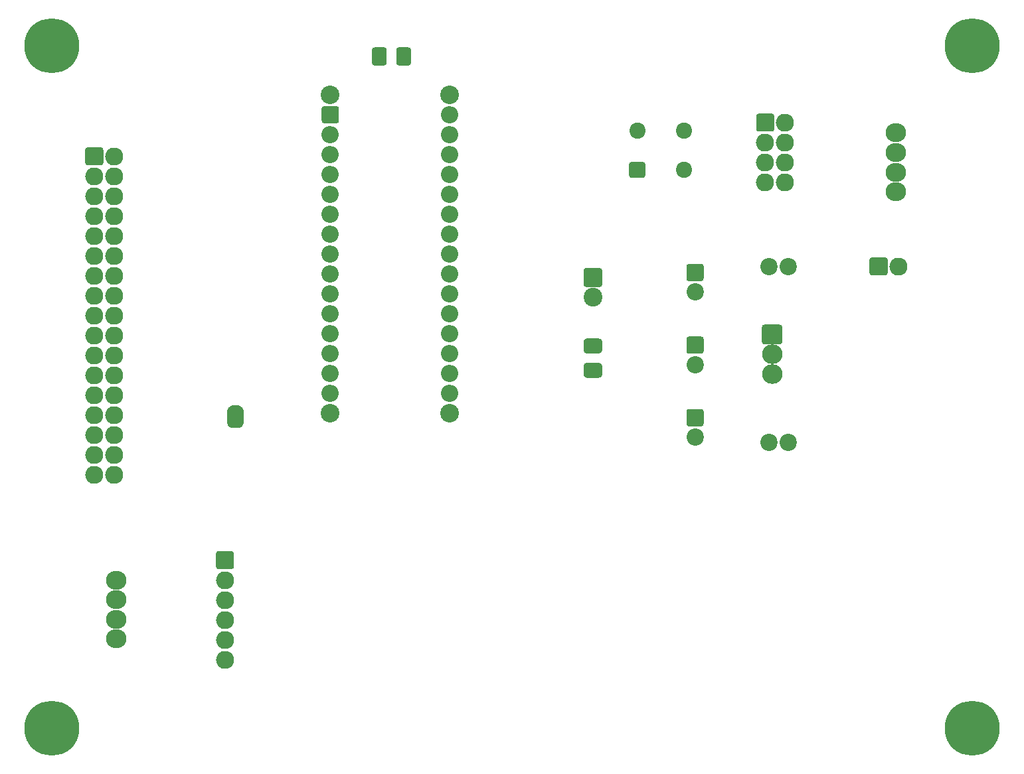
<source format=gts>
G04 #@! TF.GenerationSoftware,KiCad,Pcbnew,(5.1.10)-1*
G04 #@! TF.CreationDate,2021-12-19T22:42:05+01:00*
G04 #@! TF.ProjectId,DrawBridge,44726177-4272-4696-9467-652e6b696361,1.0*
G04 #@! TF.SameCoordinates,Original*
G04 #@! TF.FileFunction,Soldermask,Top*
G04 #@! TF.FilePolarity,Negative*
%FSLAX46Y46*%
G04 Gerber Fmt 4.6, Leading zero omitted, Abs format (unit mm)*
G04 Created by KiCad (PCBNEW (5.1.10)-1) date 2021-12-19 22:42:05*
%MOMM*%
%LPD*%
G01*
G04 APERTURE LIST*
%ADD10C,4.200000*%
%ADD11C,7.000000*%
%ADD12O,2.200000X2.200000*%
%ADD13C,2.380000*%
%ADD14C,2.200000*%
%ADD15C,2.400000*%
%ADD16O,2.600000X2.400000*%
%ADD17O,2.300000X2.300000*%
%ADD18C,2.058000*%
%ADD19O,2.600000X2.505000*%
%ADD20C,0.100000*%
G04 APERTURE END LIST*
D10*
X61425000Y-51425000D03*
D11*
X61425000Y-51425000D03*
X178785700Y-51425000D03*
D10*
X178785700Y-51425000D03*
X61425000Y-138575000D03*
D11*
X61425000Y-138575000D03*
X178785700Y-138575000D03*
D10*
X178785700Y-138575000D03*
G36*
G01*
X95835000Y-61065000D02*
X95835000Y-59465000D01*
G75*
G02*
X96135000Y-59165000I300000J0D01*
G01*
X97735000Y-59165000D01*
G75*
G02*
X98035000Y-59465000I0J-300000D01*
G01*
X98035000Y-61065000D01*
G75*
G02*
X97735000Y-61365000I-300000J0D01*
G01*
X96135000Y-61365000D01*
G75*
G02*
X95835000Y-61065000I0J300000D01*
G01*
G37*
D12*
X112175000Y-93285000D03*
X96935000Y-62805000D03*
X112175000Y-90745000D03*
X96935000Y-65345000D03*
X112175000Y-88205000D03*
X96935000Y-67885000D03*
X112175000Y-85665000D03*
X96935000Y-70425000D03*
X112175000Y-83125000D03*
X96935000Y-72965000D03*
X112175000Y-80585000D03*
X96935000Y-75505000D03*
X112175000Y-78045000D03*
X96935000Y-78045000D03*
X112175000Y-75505000D03*
X96935000Y-80585000D03*
X112175000Y-72965000D03*
X96935000Y-83125000D03*
X112175000Y-70425000D03*
X96935000Y-85665000D03*
X112175000Y-67885000D03*
X96935000Y-88205000D03*
X112175000Y-65345000D03*
X96935000Y-90745000D03*
X112175000Y-62805000D03*
X96935000Y-93285000D03*
X112175000Y-60265000D03*
X96935000Y-95825000D03*
X112175000Y-95825000D03*
D13*
X96935000Y-57725000D03*
X112175000Y-57725000D03*
X112175000Y-98365000D03*
X96935000Y-98365000D03*
D14*
X143425000Y-92177620D03*
G36*
G01*
X142625000Y-88577620D02*
X144225000Y-88577620D01*
G75*
G02*
X144525000Y-88877620I0J-300000D01*
G01*
X144525000Y-90477620D01*
G75*
G02*
X144225000Y-90777620I-300000J0D01*
G01*
X142625000Y-90777620D01*
G75*
G02*
X142325000Y-90477620I0J300000D01*
G01*
X142325000Y-88877620D01*
G75*
G02*
X142625000Y-88577620I300000J0D01*
G01*
G37*
X152845000Y-102095000D03*
X155345000Y-102095000D03*
G36*
G01*
X142625000Y-97845000D02*
X144225000Y-97845000D01*
G75*
G02*
X144525000Y-98145000I0J-300000D01*
G01*
X144525000Y-99745000D01*
G75*
G02*
X144225000Y-100045000I-300000J0D01*
G01*
X142625000Y-100045000D01*
G75*
G02*
X142325000Y-99745000I0J300000D01*
G01*
X142325000Y-98145000D01*
G75*
G02*
X142625000Y-97845000I300000J0D01*
G01*
G37*
X143425000Y-101445000D03*
X155345000Y-79625000D03*
X152845000Y-79625000D03*
G36*
G01*
X142625000Y-79310241D02*
X144225000Y-79310241D01*
G75*
G02*
X144525000Y-79610241I0J-300000D01*
G01*
X144525000Y-81210241D01*
G75*
G02*
X144225000Y-81510241I-300000J0D01*
G01*
X142625000Y-81510241D01*
G75*
G02*
X142325000Y-81210241I0J300000D01*
G01*
X142325000Y-79610241D01*
G75*
G02*
X142625000Y-79310241I300000J0D01*
G01*
G37*
X143425000Y-82910241D03*
G36*
G01*
X129505000Y-79845000D02*
X131305000Y-79845000D01*
G75*
G02*
X131605000Y-80145000I0J-300000D01*
G01*
X131605000Y-81945000D01*
G75*
G02*
X131305000Y-82245000I-300000J0D01*
G01*
X129505000Y-82245000D01*
G75*
G02*
X129205000Y-81945000I0J300000D01*
G01*
X129205000Y-80145000D01*
G75*
G02*
X129505000Y-79845000I300000J0D01*
G01*
G37*
D15*
X130405000Y-83585000D03*
D16*
X69625000Y-127165000D03*
X69625000Y-124665000D03*
X69625000Y-122165000D03*
X69625000Y-119665000D03*
G36*
G01*
X82345000Y-117975000D02*
X82345000Y-116275000D01*
G75*
G02*
X82645000Y-115975000I300000J0D01*
G01*
X84345000Y-115975000D01*
G75*
G02*
X84645000Y-116275000I0J-300000D01*
G01*
X84645000Y-117975000D01*
G75*
G02*
X84345000Y-118275000I-300000J0D01*
G01*
X82645000Y-118275000D01*
G75*
G02*
X82345000Y-117975000I0J300000D01*
G01*
G37*
D17*
X83495000Y-119665000D03*
X83495000Y-122205000D03*
X83495000Y-124745000D03*
X83495000Y-127285000D03*
X83495000Y-129825000D03*
G36*
G01*
X65685000Y-66425000D02*
X65685000Y-64725000D01*
G75*
G02*
X65985000Y-64425000I300000J0D01*
G01*
X67685000Y-64425000D01*
G75*
G02*
X67985000Y-64725000I0J-300000D01*
G01*
X67985000Y-66425000D01*
G75*
G02*
X67685000Y-66725000I-300000J0D01*
G01*
X65985000Y-66725000D01*
G75*
G02*
X65685000Y-66425000I0J300000D01*
G01*
G37*
X69375000Y-65575000D03*
X66835000Y-68115000D03*
X69375000Y-68115000D03*
X66835000Y-70655000D03*
X69375000Y-70655000D03*
X66835000Y-73195000D03*
X69375000Y-73195000D03*
X66835000Y-75735000D03*
X69375000Y-75735000D03*
X66835000Y-78275000D03*
X69375000Y-78275000D03*
X66835000Y-80815000D03*
X69375000Y-80815000D03*
X66835000Y-83355000D03*
X69375000Y-83355000D03*
X66835000Y-85895000D03*
X69375000Y-85895000D03*
X66835000Y-88435000D03*
X69375000Y-88435000D03*
X66835000Y-90975000D03*
X69375000Y-90975000D03*
X66835000Y-93515000D03*
X69375000Y-93515000D03*
X66835000Y-96055000D03*
X69375000Y-96055000D03*
X66835000Y-98595000D03*
X69375000Y-98595000D03*
X66835000Y-101135000D03*
X69375000Y-101135000D03*
X66835000Y-103675000D03*
X69375000Y-103675000D03*
X66835000Y-106215000D03*
X69375000Y-106215000D03*
D16*
X168995000Y-70095000D03*
X168995000Y-67595000D03*
X168995000Y-65095000D03*
X168995000Y-62595000D03*
G36*
G01*
X107225000Y-52015384D02*
X107225000Y-53634616D01*
G75*
G02*
X106859616Y-54000000I-365384J0D01*
G01*
X105690384Y-54000000D01*
G75*
G02*
X105325000Y-53634616I0J365384D01*
G01*
X105325000Y-52015384D01*
G75*
G02*
X105690384Y-51650000I365384J0D01*
G01*
X106859616Y-51650000D01*
G75*
G02*
X107225000Y-52015384I0J-365384D01*
G01*
G37*
G36*
G01*
X104125000Y-52015384D02*
X104125000Y-53634616D01*
G75*
G02*
X103759616Y-54000000I-365384J0D01*
G01*
X102590384Y-54000000D01*
G75*
G02*
X102225000Y-53634616I0J365384D01*
G01*
X102225000Y-52015384D01*
G75*
G02*
X102590384Y-51650000I365384J0D01*
G01*
X103759616Y-51650000D01*
G75*
G02*
X104125000Y-52015384I0J-365384D01*
G01*
G37*
G36*
G01*
X131214616Y-90745000D02*
X129595384Y-90745000D01*
G75*
G02*
X129230000Y-90379616I0J365384D01*
G01*
X129230000Y-89210384D01*
G75*
G02*
X129595384Y-88845000I365384J0D01*
G01*
X131214616Y-88845000D01*
G75*
G02*
X131580000Y-89210384I0J-365384D01*
G01*
X131580000Y-90379616D01*
G75*
G02*
X131214616Y-90745000I-365384J0D01*
G01*
G37*
G36*
G01*
X131214616Y-93845000D02*
X129595384Y-93845000D01*
G75*
G02*
X129230000Y-93479616I0J365384D01*
G01*
X129230000Y-92310384D01*
G75*
G02*
X129595384Y-91945000I365384J0D01*
G01*
X131214616Y-91945000D01*
G75*
G02*
X131580000Y-92310384I0J-365384D01*
G01*
X131580000Y-93479616D01*
G75*
G02*
X131214616Y-93845000I-365384J0D01*
G01*
G37*
G36*
G01*
X135026000Y-68054000D02*
X135026000Y-66596000D01*
G75*
G02*
X135326000Y-66296000I300000J0D01*
G01*
X136784000Y-66296000D01*
G75*
G02*
X137084000Y-66596000I0J-300000D01*
G01*
X137084000Y-68054000D01*
G75*
G02*
X136784000Y-68354000I-300000J0D01*
G01*
X135326000Y-68354000D01*
G75*
G02*
X135026000Y-68054000I0J300000D01*
G01*
G37*
D18*
X136055000Y-62325000D03*
X142055000Y-62325000D03*
X142055000Y-67325000D03*
G36*
G01*
X152255000Y-87067500D02*
X154255000Y-87067500D01*
G75*
G02*
X154555000Y-87367500I0J-300000D01*
G01*
X154555000Y-89272500D01*
G75*
G02*
X154255000Y-89572500I-300000J0D01*
G01*
X152255000Y-89572500D01*
G75*
G02*
X151955000Y-89272500I0J300000D01*
G01*
X151955000Y-87367500D01*
G75*
G02*
X152255000Y-87067500I300000J0D01*
G01*
G37*
D19*
X153255000Y-90860000D03*
X153255000Y-93400000D03*
D17*
X169365000Y-79625000D03*
G36*
G01*
X167675000Y-80775000D02*
X165975000Y-80775000D01*
G75*
G02*
X165675000Y-80475000I0J300000D01*
G01*
X165675000Y-78775000D01*
G75*
G02*
X165975000Y-78475000I300000J0D01*
G01*
X167675000Y-78475000D01*
G75*
G02*
X167975000Y-78775000I0J-300000D01*
G01*
X167975000Y-80475000D01*
G75*
G02*
X167675000Y-80775000I-300000J0D01*
G01*
G37*
D20*
G36*
X85874398Y-99481113D02*
G01*
X85874398Y-99499534D01*
X85872953Y-99528943D01*
X85868143Y-99577774D01*
X85863824Y-99606888D01*
X85854252Y-99655013D01*
X85847097Y-99683577D01*
X85832853Y-99730532D01*
X85822937Y-99758247D01*
X85804160Y-99803580D01*
X85791569Y-99830202D01*
X85768438Y-99873475D01*
X85753308Y-99898718D01*
X85726048Y-99939517D01*
X85708506Y-99963170D01*
X85677378Y-100001099D01*
X85657608Y-100022911D01*
X85622911Y-100057608D01*
X85601099Y-100077378D01*
X85563170Y-100108506D01*
X85539517Y-100126048D01*
X85498718Y-100153308D01*
X85473475Y-100168438D01*
X85430202Y-100191569D01*
X85403580Y-100204160D01*
X85358247Y-100222937D01*
X85330532Y-100232853D01*
X85283577Y-100247097D01*
X85255013Y-100254252D01*
X85206888Y-100263824D01*
X85177774Y-100268143D01*
X85128943Y-100272953D01*
X85099534Y-100274398D01*
X85081113Y-100274398D01*
X85075000Y-100275000D01*
X84575000Y-100275000D01*
X84568887Y-100274398D01*
X84550466Y-100274398D01*
X84521057Y-100272953D01*
X84472226Y-100268143D01*
X84443112Y-100263824D01*
X84394987Y-100254252D01*
X84366423Y-100247097D01*
X84319468Y-100232853D01*
X84291753Y-100222937D01*
X84246420Y-100204160D01*
X84219798Y-100191569D01*
X84176525Y-100168438D01*
X84151282Y-100153308D01*
X84110483Y-100126048D01*
X84086830Y-100108506D01*
X84048901Y-100077378D01*
X84027089Y-100057608D01*
X83992392Y-100022911D01*
X83972622Y-100001099D01*
X83941494Y-99963170D01*
X83923952Y-99939517D01*
X83896692Y-99898718D01*
X83881562Y-99873475D01*
X83858431Y-99830202D01*
X83845840Y-99803580D01*
X83827063Y-99758247D01*
X83817147Y-99730532D01*
X83802903Y-99683577D01*
X83795748Y-99655013D01*
X83786176Y-99606888D01*
X83781857Y-99577774D01*
X83777047Y-99528943D01*
X83775602Y-99499534D01*
X83775602Y-99481113D01*
X83775000Y-99475000D01*
X83775000Y-98975000D01*
X83780764Y-98916473D01*
X83797836Y-98860195D01*
X83825559Y-98808329D01*
X83862868Y-98762868D01*
X83908329Y-98725559D01*
X83960195Y-98697836D01*
X84016473Y-98680764D01*
X84075000Y-98675000D01*
X85575000Y-98675000D01*
X85633527Y-98680764D01*
X85689805Y-98697836D01*
X85741671Y-98725559D01*
X85787132Y-98762868D01*
X85824441Y-98808329D01*
X85852164Y-98860195D01*
X85869236Y-98916473D01*
X85875000Y-98975000D01*
X85875000Y-99475000D01*
X85874398Y-99481113D01*
G37*
G36*
X85869236Y-98733527D02*
G01*
X85852164Y-98789805D01*
X85824441Y-98841671D01*
X85787132Y-98887132D01*
X85741671Y-98924441D01*
X85689805Y-98952164D01*
X85633527Y-98969236D01*
X85575000Y-98975000D01*
X84075000Y-98975000D01*
X84016473Y-98969236D01*
X83960195Y-98952164D01*
X83908329Y-98924441D01*
X83862868Y-98887132D01*
X83825559Y-98841671D01*
X83797836Y-98789805D01*
X83780764Y-98733527D01*
X83775000Y-98675000D01*
X83775000Y-98175000D01*
X83775602Y-98168887D01*
X83775602Y-98150466D01*
X83777047Y-98121057D01*
X83781857Y-98072226D01*
X83786176Y-98043112D01*
X83795748Y-97994987D01*
X83802903Y-97966423D01*
X83817147Y-97919468D01*
X83827063Y-97891753D01*
X83845840Y-97846420D01*
X83858431Y-97819798D01*
X83881562Y-97776525D01*
X83896692Y-97751282D01*
X83923952Y-97710483D01*
X83941494Y-97686830D01*
X83972622Y-97648901D01*
X83992392Y-97627089D01*
X84027089Y-97592392D01*
X84048901Y-97572622D01*
X84086830Y-97541494D01*
X84110483Y-97523952D01*
X84151282Y-97496692D01*
X84176525Y-97481562D01*
X84219798Y-97458431D01*
X84246420Y-97445840D01*
X84291753Y-97427063D01*
X84319468Y-97417147D01*
X84366423Y-97402903D01*
X84394987Y-97395748D01*
X84443112Y-97386176D01*
X84472226Y-97381857D01*
X84521057Y-97377047D01*
X84550466Y-97375602D01*
X84568887Y-97375602D01*
X84575000Y-97375000D01*
X85075000Y-97375000D01*
X85081113Y-97375602D01*
X85099534Y-97375602D01*
X85128943Y-97377047D01*
X85177774Y-97381857D01*
X85206888Y-97386176D01*
X85255013Y-97395748D01*
X85283577Y-97402903D01*
X85330532Y-97417147D01*
X85358247Y-97427063D01*
X85403580Y-97445840D01*
X85430202Y-97458431D01*
X85473475Y-97481562D01*
X85498718Y-97496692D01*
X85539517Y-97523952D01*
X85563170Y-97541494D01*
X85601099Y-97572622D01*
X85622911Y-97592392D01*
X85657608Y-97627089D01*
X85677378Y-97648901D01*
X85708506Y-97686830D01*
X85726048Y-97710483D01*
X85753308Y-97751282D01*
X85768438Y-97776525D01*
X85791569Y-97819798D01*
X85804160Y-97846420D01*
X85822937Y-97891753D01*
X85832853Y-97919468D01*
X85847097Y-97966423D01*
X85854252Y-97994987D01*
X85863824Y-98043112D01*
X85868143Y-98072226D01*
X85872953Y-98121057D01*
X85874398Y-98150466D01*
X85874398Y-98168887D01*
X85875000Y-98175000D01*
X85875000Y-98675000D01*
X85869236Y-98733527D01*
G37*
G36*
G01*
X151225000Y-62125000D02*
X151225000Y-60425000D01*
G75*
G02*
X151525000Y-60125000I300000J0D01*
G01*
X153225000Y-60125000D01*
G75*
G02*
X153525000Y-60425000I0J-300000D01*
G01*
X153525000Y-62125000D01*
G75*
G02*
X153225000Y-62425000I-300000J0D01*
G01*
X151525000Y-62425000D01*
G75*
G02*
X151225000Y-62125000I0J300000D01*
G01*
G37*
D17*
X154915000Y-61275000D03*
X152375000Y-63815000D03*
X154915000Y-63815000D03*
X152375000Y-66355000D03*
X154915000Y-66355000D03*
X152375000Y-68895000D03*
X154915000Y-68895000D03*
M02*

</source>
